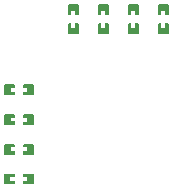
<source format=gbp>
G04 Layer: BottomPasteMaskLayer*
G04 EasyEDA Pro v2.2.27.1, 2024-09-16 12:01:29*
G04 Gerber Generator version 0.3*
G04 Scale: 100 percent, Rotated: No, Reflected: No*
G04 Dimensions in millimeters*
G04 Leading zeros omitted, absolute positions, 3 integers and 5 decimals*
%FSLAX35Y35*%
%MOMM*%
%ADD10C,0.254*%
G75*


G04 PolygonModel Start*
G36*
G01X3017619Y-2181184D02*
G01X2937619Y-2181184D01*
G01X2932618Y-2176183D01*
G01X2932618Y-2153387D01*
G01X2969618Y-2153387D01*
G01X2969618Y-2120387D01*
G01X2932618Y-2120387D01*
G01X2932618Y-2096183D01*
G01X2937619Y-2091185D01*
G01X3017619Y-2091185D01*
G01X3022618Y-2096183D01*
G01X3022618Y-2176183D01*
G01X3017619Y-2181184D01*
G37*
G36*
G01X2778615Y-2091187D02*
G01X2858615Y-2091187D01*
G01X2863616Y-2096188D01*
G01X2863616Y-2118985D01*
G01X2826616Y-2118985D01*
G01X2826616Y-2151985D01*
G01X2863616Y-2151985D01*
G01X2863616Y-2176188D01*
G01X2858615Y-2181187D01*
G01X2778615Y-2181187D01*
G01X2773617Y-2176188D01*
G01X2773617Y-2096188D01*
G01X2778615Y-2091187D01*
G37*
G36*
G01X3019346Y-1928790D02*
G01X2939346Y-1928790D01*
G01X2934345Y-1923789D01*
G01X2934345Y-1900993D01*
G01X2971345Y-1900993D01*
G01X2971345Y-1867993D01*
G01X2934345Y-1867993D01*
G01X2934345Y-1843789D01*
G01X2939346Y-1838791D01*
G01X3019346Y-1838791D01*
G01X3024345Y-1843789D01*
G01X3024345Y-1923789D01*
G01X3019346Y-1928790D01*
G37*
G36*
G01X2780342Y-1838793D02*
G01X2860342Y-1838793D01*
G01X2865344Y-1843794D01*
G01X2865344Y-1866591D01*
G01X2828343Y-1866591D01*
G01X2828343Y-1899591D01*
G01X2865344Y-1899591D01*
G01X2865344Y-1923794D01*
G01X2860342Y-1928793D01*
G01X2780342Y-1928793D01*
G01X2775344Y-1923794D01*
G01X2775344Y-1843794D01*
G01X2780342Y-1838793D01*
G37*
G36*
G01X3019346Y-1676397D02*
G01X2939346Y-1676397D01*
G01X2934345Y-1671395D01*
G01X2934345Y-1648599D01*
G01X2971345Y-1648599D01*
G01X2971345Y-1615599D01*
G01X2934345Y-1615599D01*
G01X2934345Y-1591396D01*
G01X2939346Y-1586397D01*
G01X3019346Y-1586397D01*
G01X3024345Y-1591396D01*
G01X3024345Y-1671395D01*
G01X3019346Y-1676397D01*
G37*
G36*
G01X2780342Y-1586399D02*
G01X2860342Y-1586399D01*
G01X2865344Y-1591401D01*
G01X2865344Y-1614197D01*
G01X2828343Y-1614197D01*
G01X2828343Y-1647197D01*
G01X2865344Y-1647197D01*
G01X2865344Y-1671401D01*
G01X2860342Y-1676399D01*
G01X2780342Y-1676399D01*
G01X2775344Y-1671401D01*
G01X2775344Y-1591401D01*
G01X2780342Y-1586399D01*
G37*
G36*
G01X3019346Y-1424003D02*
G01X2939346Y-1424003D01*
G01X2934345Y-1419001D01*
G01X2934345Y-1396205D01*
G01X2971345Y-1396205D01*
G01X2971345Y-1363205D01*
G01X2934345Y-1363205D01*
G01X2934345Y-1339002D01*
G01X2939346Y-1334003D01*
G01X3019346Y-1334003D01*
G01X3024345Y-1339002D01*
G01X3024345Y-1419001D01*
G01X3019346Y-1424003D01*
G37*
G36*
G01X2780342Y-1334005D02*
G01X2860342Y-1334005D01*
G01X2865344Y-1339007D01*
G01X2865344Y-1361803D01*
G01X2828343Y-1361803D01*
G01X2828343Y-1394803D01*
G01X2865344Y-1394803D01*
G01X2865344Y-1419007D01*
G01X2860342Y-1424005D01*
G01X2780342Y-1424005D01*
G01X2775344Y-1419007D01*
G01X2775344Y-1339007D01*
G01X2780342Y-1334005D01*
G37*
G36*
G01X3314151Y-900552D02*
G01X3314151Y-820552D01*
G01X3319153Y-815551D01*
G01X3341949Y-815551D01*
G01X3341949Y-852551D01*
G01X3374949Y-852551D01*
G01X3374949Y-815551D01*
G01X3399152Y-815551D01*
G01X3404151Y-820552D01*
G01X3404151Y-900552D01*
G01X3399152Y-905551D01*
G01X3319153Y-905551D01*
G01X3314151Y-900552D01*
G37*
G36*
G01X3404149Y-661548D02*
G01X3404149Y-741548D01*
G01X3399147Y-746549D01*
G01X3376351Y-746549D01*
G01X3376351Y-709549D01*
G01X3343351Y-709549D01*
G01X3343351Y-746549D01*
G01X3319148Y-746549D01*
G01X3314149Y-741548D01*
G01X3314149Y-661548D01*
G01X3319148Y-656549D01*
G01X3399147Y-656549D01*
G01X3404149Y-661548D01*
G37*
G36*
G01X3568151Y-900552D02*
G01X3568151Y-820552D01*
G01X3573153Y-815551D01*
G01X3595949Y-815551D01*
G01X3595949Y-852551D01*
G01X3628949Y-852551D01*
G01X3628949Y-815551D01*
G01X3653152Y-815551D01*
G01X3658151Y-820552D01*
G01X3658151Y-900552D01*
G01X3653152Y-905551D01*
G01X3573153Y-905551D01*
G01X3568151Y-900552D01*
G37*
G36*
G01X3658149Y-661548D02*
G01X3658149Y-741548D01*
G01X3653147Y-746549D01*
G01X3630351Y-746549D01*
G01X3630351Y-709549D01*
G01X3597351Y-709549D01*
G01X3597351Y-746549D01*
G01X3573148Y-746549D01*
G01X3568149Y-741548D01*
G01X3568149Y-661548D01*
G01X3573148Y-656549D01*
G01X3653147Y-656549D01*
G01X3658149Y-661548D01*
G37*
G36*
G01X4076151Y-900552D02*
G01X4076151Y-820552D01*
G01X4081153Y-815551D01*
G01X4103949Y-815551D01*
G01X4103949Y-852551D01*
G01X4136949Y-852551D01*
G01X4136949Y-815551D01*
G01X4161152Y-815551D01*
G01X4166151Y-820552D01*
G01X4166151Y-900552D01*
G01X4161152Y-905551D01*
G01X4081153Y-905551D01*
G01X4076151Y-900552D01*
G37*
G36*
G01X4166149Y-661548D02*
G01X4166149Y-741548D01*
G01X4161147Y-746549D01*
G01X4138351Y-746549D01*
G01X4138351Y-709549D01*
G01X4105351Y-709549D01*
G01X4105351Y-746549D01*
G01X4081148Y-746549D01*
G01X4076149Y-741548D01*
G01X4076149Y-661548D01*
G01X4081148Y-656549D01*
G01X4161147Y-656549D01*
G01X4166149Y-661548D01*
G37*
G36*
G01X3822151Y-900552D02*
G01X3822151Y-820552D01*
G01X3827153Y-815551D01*
G01X3849949Y-815551D01*
G01X3849949Y-852551D01*
G01X3882949Y-852551D01*
G01X3882949Y-815551D01*
G01X3907152Y-815551D01*
G01X3912151Y-820552D01*
G01X3912151Y-900552D01*
G01X3907152Y-905551D01*
G01X3827153Y-905551D01*
G01X3822151Y-900552D01*
G37*
G36*
G01X3912149Y-661548D02*
G01X3912149Y-741548D01*
G01X3907147Y-746549D01*
G01X3884351Y-746549D01*
G01X3884351Y-709549D01*
G01X3851351Y-709549D01*
G01X3851351Y-746549D01*
G01X3827148Y-746549D01*
G01X3822149Y-741548D01*
G01X3822149Y-661548D01*
G01X3827148Y-656549D01*
G01X3907147Y-656549D01*
G01X3912149Y-661548D01*
G37*

G04 Pad Start*
G04 Pad End*
G54D10*

M02*


</source>
